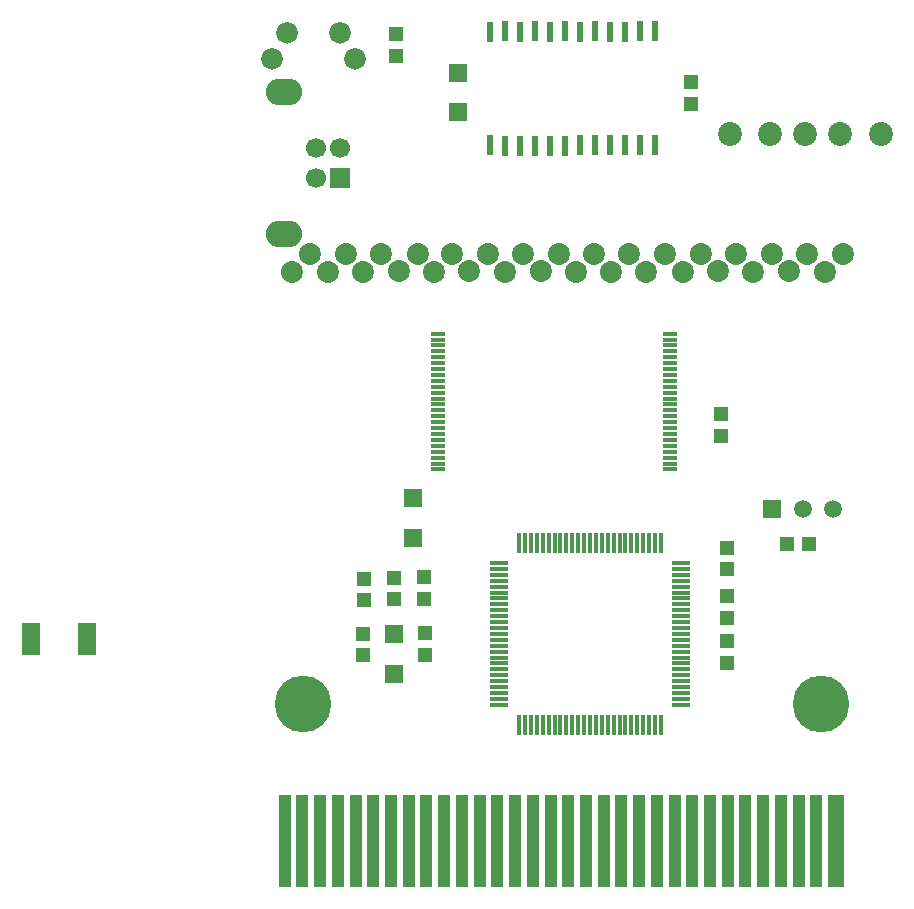
<source format=gbr>
%TF.GenerationSoftware,KiCad,Pcbnew,(6.0.2)*%
%TF.CreationDate,2022-08-25T21:07:40-05:00*%
%TF.ProjectId,REF1479,52454631-3437-4392-9e6b-696361645f70,rev?*%
%TF.SameCoordinates,Original*%
%TF.FileFunction,Soldermask,Top*%
%TF.FilePolarity,Negative*%
%FSLAX46Y46*%
G04 Gerber Fmt 4.6, Leading zero omitted, Abs format (unit mm)*
G04 Created by KiCad (PCBNEW (6.0.2)) date 2022-08-25 21:07:40*
%MOMM*%
%LPD*%
G01*
G04 APERTURE LIST*
G04 Aperture macros list*
%AMRoundRect*
0 Rectangle with rounded corners*
0 $1 Rounding radius*
0 $2 $3 $4 $5 $6 $7 $8 $9 X,Y pos of 4 corners*
0 Add a 4 corners polygon primitive as box body*
4,1,4,$2,$3,$4,$5,$6,$7,$8,$9,$2,$3,0*
0 Add four circle primitives for the rounded corners*
1,1,$1+$1,$2,$3*
1,1,$1+$1,$4,$5*
1,1,$1+$1,$6,$7*
1,1,$1+$1,$8,$9*
0 Add four rect primitives between the rounded corners*
20,1,$1+$1,$2,$3,$4,$5,0*
20,1,$1+$1,$4,$5,$6,$7,0*
20,1,$1+$1,$6,$7,$8,$9,0*
20,1,$1+$1,$8,$9,$2,$3,0*%
G04 Aperture macros list end*
%ADD10R,1.500000X2.700000*%
%ADD11R,1.270000X1.230000*%
%ADD12R,1.030000X7.780000*%
%ADD13R,1.430000X7.780000*%
%ADD14C,2.020000*%
%ADD15C,1.830000*%
%ADD16C,4.800000*%
%ADD17R,1.500000X1.500000*%
%ADD18R,1.300000X0.300000*%
%ADD19C,1.860000*%
%ADD20C,1.500000*%
%ADD21R,1.230000X1.270000*%
%ADD22R,1.700000X1.700000*%
%ADD23C,1.700000*%
%ADD24O,3.090000X2.250000*%
%ADD25RoundRect,0.011200X0.128800X-0.768800X0.128800X0.768800X-0.128800X0.768800X-0.128800X-0.768800X0*%
%ADD26RoundRect,0.056000X0.724000X-0.084000X0.724000X0.084000X-0.724000X0.084000X-0.724000X-0.084000X0*%
%ADD27R,0.600000X1.750000*%
G04 APERTURE END LIST*
D10*
%TO.C,REF\u002A\u002A*%
X105900000Y-107010000D03*
X110700000Y-107010000D03*
%TD*%
D11*
%TO.C,R5*%
X136861500Y-55842000D03*
X136866500Y-57664000D03*
%TD*%
D12*
%TO.C,J3*%
X127406000Y-124151000D03*
X128913000Y-124151000D03*
X130408000Y-124151000D03*
X131915000Y-124151000D03*
X133406000Y-124151000D03*
X134913000Y-124151000D03*
X136408000Y-124151000D03*
X137915000Y-124161000D03*
X139409000Y-124156000D03*
X140908000Y-124160000D03*
X142427000Y-124160000D03*
X143910000Y-124160000D03*
X145417000Y-124160000D03*
X146910000Y-124159000D03*
X148417000Y-124159000D03*
X149924000Y-124159000D03*
X151407000Y-124159000D03*
X152909000Y-124159000D03*
X154415000Y-124159000D03*
X155910000Y-124159000D03*
X157417000Y-124159000D03*
X158912000Y-124159000D03*
X160416000Y-124164000D03*
X161911000Y-124152000D03*
X163406000Y-124152000D03*
X164913000Y-124152000D03*
X166413000Y-124151000D03*
X167908000Y-124151000D03*
X169427000Y-124151000D03*
X170916000Y-124158000D03*
X172411000Y-124158000D03*
D13*
X174109000Y-124158000D03*
%TD*%
D11*
%TO.C,C6*%
X164884500Y-103405000D03*
X164889500Y-105227000D03*
%TD*%
D14*
%TO.C,J2*%
X168532000Y-64257000D03*
X171505000Y-64260000D03*
X174408000Y-64259000D03*
X165075000Y-64259000D03*
X177857000Y-64261000D03*
%TD*%
D15*
%TO.C,SW1*%
X126373000Y-57885500D03*
X127646000Y-55742500D03*
X132097000Y-55702500D03*
X133403000Y-57885500D03*
%TD*%
D16*
%TO.C,REF1*%
X128945000Y-112498000D03*
%TD*%
D11*
%TO.C,R4*%
X161790500Y-59885000D03*
X161795500Y-61707000D03*
%TD*%
D17*
%TO.C,C4*%
X138259500Y-95128500D03*
X138256500Y-98463500D03*
%TD*%
D11*
%TO.C,C7*%
X164870500Y-99312000D03*
X164875500Y-101134000D03*
%TD*%
D16*
%TO.C,REF2*%
X172809000Y-112540000D03*
%TD*%
D11*
%TO.C,C2*%
X139202000Y-101815000D03*
X139207000Y-103637000D03*
%TD*%
D18*
%TO.C,U1*%
X140372000Y-81173000D03*
X140372000Y-81673000D03*
X140372000Y-82173000D03*
X140372000Y-82673000D03*
X140372000Y-83173000D03*
X140372000Y-83673000D03*
X140372000Y-84173000D03*
X140372000Y-84673000D03*
X140372000Y-85173000D03*
X140372000Y-85673000D03*
X140372000Y-86173000D03*
X140372000Y-86673000D03*
X140372000Y-87173000D03*
X140372000Y-87673000D03*
X140372000Y-88173000D03*
X140372000Y-88673000D03*
X140372000Y-89173000D03*
X140372000Y-89673000D03*
X140372000Y-90173000D03*
X140372000Y-90673000D03*
X140372000Y-91173000D03*
X140372000Y-91673000D03*
X140372000Y-92173000D03*
X140372000Y-92673000D03*
X160072000Y-92673000D03*
X160072000Y-92173000D03*
X160072000Y-91673000D03*
X160072000Y-91173000D03*
X160072000Y-90673000D03*
X160072000Y-90173000D03*
X160072000Y-89673000D03*
X160072000Y-89173000D03*
X160072000Y-88673000D03*
X160072000Y-88173000D03*
X160072000Y-87673000D03*
X160072000Y-87173000D03*
X160072000Y-86673000D03*
X160072000Y-86173000D03*
X160072000Y-85673000D03*
X160072000Y-85173000D03*
X160072000Y-84673000D03*
X160072000Y-84173000D03*
X160072000Y-83673000D03*
X160072000Y-83173000D03*
X160072000Y-82673000D03*
X160072000Y-82173000D03*
X160072000Y-81673000D03*
X160072000Y-81173000D03*
%TD*%
D11*
%TO.C,R2*%
X134126500Y-101915000D03*
X134131500Y-103737000D03*
%TD*%
%TO.C,C8*%
X164376000Y-88007000D03*
X164381000Y-89829000D03*
%TD*%
D19*
%TO.C,J4*%
X174672000Y-74406000D03*
X173125500Y-75914000D03*
X171657100Y-74405900D03*
X170109000Y-75912000D03*
X168639000Y-74406000D03*
X167093000Y-75914000D03*
X165624600Y-74405900D03*
X164075000Y-75913000D03*
X162649000Y-74407000D03*
X161100200Y-75914000D03*
X159592100Y-74405900D03*
X158040000Y-75914000D03*
X156575800Y-74405900D03*
X155026000Y-75914000D03*
X153640000Y-74405000D03*
X152089000Y-75915000D03*
X150619000Y-74406000D03*
X149074000Y-75913000D03*
X147605000Y-74407000D03*
X146057000Y-75915000D03*
X144589000Y-74405000D03*
X143044000Y-75913000D03*
X141611000Y-74404000D03*
X140067000Y-75914000D03*
X138676000Y-74409000D03*
X137125000Y-75912000D03*
X135580000Y-74407000D03*
X134073000Y-75914000D03*
X132566000Y-74407000D03*
X131059000Y-75922000D03*
X129544000Y-74407000D03*
X128040500Y-75914000D03*
%TD*%
D17*
%TO.C,Y1*%
X168694000Y-96045000D03*
D20*
X171271000Y-96048000D03*
X173853400Y-96048000D03*
%TD*%
D11*
%TO.C,R1*%
X133999500Y-106575000D03*
X134004500Y-108397000D03*
%TD*%
D17*
%TO.C,D1*%
X136684500Y-109954500D03*
X136687500Y-106619500D03*
%TD*%
D21*
%TO.C,R3*%
X169968000Y-98985500D03*
X171790000Y-98980500D03*
%TD*%
D22*
%TO.C,J1*%
X132055000Y-67964000D03*
D23*
X132055000Y-65464000D03*
X130055000Y-65464000D03*
X130055000Y-67964000D03*
D24*
X127345000Y-72734000D03*
X127345000Y-60694000D03*
%TD*%
D11*
%TO.C,C5*%
X164882500Y-107213000D03*
X164887500Y-109035000D03*
%TD*%
%TO.C,C1*%
X139276000Y-106530000D03*
X139281000Y-108352000D03*
%TD*%
D25*
%TO.C,U3*%
X147262000Y-114279000D03*
X147762000Y-114279000D03*
X148262000Y-114279000D03*
X148762000Y-114279000D03*
X149262000Y-114279000D03*
X149762000Y-114279000D03*
X150262000Y-114279000D03*
X150762000Y-114279000D03*
X151262000Y-114279000D03*
X151762000Y-114279000D03*
X152262000Y-114279000D03*
X152762000Y-114279000D03*
X153262000Y-114279000D03*
X153762000Y-114279000D03*
X154262000Y-114279000D03*
X154762000Y-114279000D03*
X155262000Y-114279000D03*
X155762000Y-114279000D03*
X156262000Y-114279000D03*
X156762000Y-114279000D03*
X157262000Y-114279000D03*
X157762000Y-114279000D03*
X158262000Y-114279000D03*
X158762000Y-114279000D03*
X159262000Y-114279000D03*
D26*
X160942000Y-112599000D03*
X160942000Y-112099000D03*
X160942000Y-111599000D03*
X160942000Y-111099000D03*
X160942000Y-110599000D03*
X160942000Y-110099000D03*
X160942000Y-109599000D03*
X160942000Y-109099000D03*
X160942000Y-108599000D03*
X160942000Y-108099000D03*
X160942000Y-107599000D03*
X160942000Y-107099000D03*
X160942000Y-106599000D03*
X160942000Y-106099000D03*
X160942000Y-105599000D03*
X160942000Y-105099000D03*
X160942000Y-104599000D03*
X160942000Y-104099000D03*
X160942000Y-103599000D03*
X160942000Y-103099000D03*
X160942000Y-102599000D03*
X160942000Y-102099000D03*
X160942000Y-101599000D03*
X160942000Y-101099000D03*
X160942000Y-100599000D03*
D25*
X159262000Y-98919000D03*
X158762000Y-98919000D03*
X158262000Y-98919000D03*
X157762000Y-98919000D03*
X157262000Y-98919000D03*
X156762000Y-98919000D03*
X156262000Y-98919000D03*
X155762000Y-98919000D03*
X155262000Y-98919000D03*
X154762000Y-98919000D03*
X154262000Y-98919000D03*
X153762000Y-98919000D03*
X153262000Y-98919000D03*
X152762000Y-98919000D03*
X152262000Y-98919000D03*
X151762000Y-98919000D03*
X151262000Y-98919000D03*
X150762000Y-98919000D03*
X150262000Y-98919000D03*
X149762000Y-98919000D03*
X149262000Y-98919000D03*
X148762000Y-98919000D03*
X148262000Y-98919000D03*
X147762000Y-98919000D03*
X147262000Y-98919000D03*
D26*
X145582000Y-100599000D03*
X145582000Y-101099000D03*
X145582000Y-101599000D03*
X145582000Y-102099000D03*
X145582000Y-102599000D03*
X145582000Y-103099000D03*
X145582000Y-103599000D03*
X145582000Y-104099000D03*
X145582000Y-104599000D03*
X145582000Y-105099000D03*
X145582000Y-105599000D03*
X145582000Y-106099000D03*
X145582000Y-106599000D03*
X145582000Y-107099000D03*
X145582000Y-107599000D03*
X145582000Y-108099000D03*
X145582000Y-108599000D03*
X145582000Y-109099000D03*
X145582000Y-109599000D03*
X145582000Y-110099000D03*
X145582000Y-110599000D03*
X145582000Y-111099000D03*
X145582000Y-111599000D03*
X145582000Y-112099000D03*
X145582000Y-112599000D03*
%TD*%
D17*
%TO.C,C9*%
X142067500Y-59084500D03*
X142064500Y-62419500D03*
%TD*%
D11*
%TO.C,C3*%
X136677000Y-101852000D03*
X136682000Y-103674000D03*
%TD*%
D27*
%TO.C,U2*%
X144764500Y-65242500D03*
X146029500Y-65247500D03*
X147304500Y-65247500D03*
X148574500Y-65245500D03*
X149842500Y-65245500D03*
X151118500Y-65245500D03*
X152387500Y-65243500D03*
X153659500Y-65243500D03*
X154924500Y-65244500D03*
X156196500Y-65244500D03*
X157464500Y-65244500D03*
X158735500Y-65244500D03*
X158734500Y-55592500D03*
X157466500Y-55592500D03*
X156198500Y-55593500D03*
X154928500Y-55593500D03*
X153654500Y-55591500D03*
X152385500Y-55594500D03*
X151114500Y-55591500D03*
X149845500Y-55593500D03*
X148575500Y-55590500D03*
X147305500Y-55595500D03*
X146035500Y-55591500D03*
X144767500Y-55594500D03*
%TD*%
M02*

</source>
